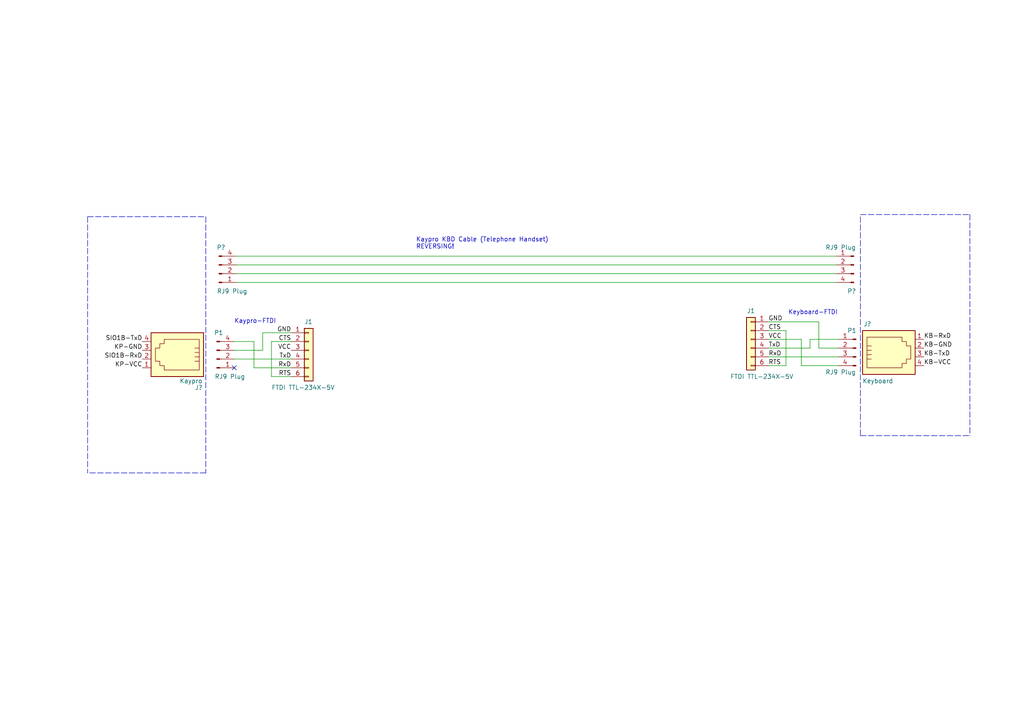
<source format=kicad_sch>
(kicad_sch (version 20211123) (generator eeschema)
  (paper "A4")
  (lib_symbols
    (symbol "Connector:Conn_01x04_Male" (pin_names (offset 1.016) hide)
      (property "Reference" "J" (at 0 5.08 0))
      (property "Value" "Conn_01x04_Male" (at 0 -7.62 0))
      (symbol "Conn_01x04_Male_1_1"
        (polyline (pts (xy 1.27 -5.08) (xy 0.8636 -5.08)) (stroke (width 0.1524)))
        (polyline (pts (xy 1.27 -2.54) (xy 0.8636 -2.54)) (stroke (width 0.1524)))
        (polyline (pts (xy 1.27 0) (xy 0.8636 0)) (stroke (width 0.1524)))
        (polyline (pts (xy 1.27 2.54) (xy 0.8636 2.54)) (stroke (width 0.1524)))
        (rectangle (start 0.8636 -4.953) (end 0 -5.207) (stroke (width 0.1524)) (fill (type outline)))
        (rectangle (start 0.8636 -2.413) (end 0 -2.667) (stroke (width 0.1524)) (fill (type outline)))
        (rectangle (start 0.8636 0.127) (end 0 -0.127) (stroke (width 0.1524)) (fill (type outline)))
        (rectangle (start 0.8636 2.667) (end 0 2.413) (stroke (width 0.1524)) (fill (type outline)))
        (pin passive line (at 5.08 2.54 180) (length 3.81) (name "Pin_1") (number "1"))
        (pin passive line (at 5.08 0 180) (length 3.81) (name "Pin_2") (number "2"))
        (pin passive line (at 5.08 -2.54 180) (length 3.81) (name "Pin_3") (number "3"))
        (pin passive line (at 5.08 -5.08 180) (length 3.81) (name "Pin_4") (number "4"))
      )
    )
    (symbol "Connector:RJ9" (pin_names (offset 1.016))
      (property "Reference" "J" (at -5.08 8.89 0))
      (property "Value" "RJ9" (at 2.54 8.89 0))
      (symbol "RJ9_0_1"
        (polyline (pts (xy -6.35 -0.635) (xy -5.08 -0.635) (xy -5.08 -0.635)))
        (polyline (pts (xy -6.35 0.635) (xy -5.08 0.635) (xy -5.08 0.635)))
        (polyline (pts (xy -6.35 1.905) (xy -5.08 1.905) (xy -5.08 1.905)))
        (polyline (pts (xy -6.35 3.175) (xy -5.08 3.175) (xy -5.08 3.175)))
        (polyline (pts (xy -6.35 -3.175) (xy -6.35 5.715) (xy -1.27 5.715) (xy 3.81 5.715) (xy 3.81 4.445) (xy 5.08 4.445) (xy 5.08 3.175) (xy 6.35 3.175) (xy 6.35 -0.635) (xy 5.08 -0.635) (xy 5.08 -1.905) (xy 3.81 -1.905) (xy 3.81 -3.175) (xy -6.35 -3.175) (xy -6.35 -3.175)))
        (rectangle (start 7.62 7.62) (end -7.62 -5.08) (stroke (width 0.254)) (fill (type background)))
      )
      (symbol "RJ9_1_1"
        (pin passive line (at 10.16 -2.54 180) (length 2.54) (name "~") (number "1"))
        (pin passive line (at 10.16 0 180) (length 2.54) (name "~") (number "2"))
        (pin passive line (at 10.16 2.54 180) (length 2.54) (name "~") (number "3"))
        (pin passive line (at 10.16 5.08 180) (length 2.54) (name "~") (number "4"))
      )
    )
    (symbol "Connector_Generic:Conn_01x06" (pin_names (offset 1.016) hide)
      (property "Reference" "J" (at 0 7.62 0))
      (property "Value" "Conn_01x06" (at 0 -10.16 0))
      (symbol "Conn_01x06_1_1"
        (rectangle (start -1.27 -7.493) (end 0 -7.747) (stroke (width 0.1524)))
        (rectangle (start -1.27 -4.953) (end 0 -5.207) (stroke (width 0.1524)))
        (rectangle (start -1.27 -2.413) (end 0 -2.667) (stroke (width 0.1524)))
        (rectangle (start -1.27 0.127) (end 0 -0.127) (stroke (width 0.1524)))
        (rectangle (start -1.27 2.667) (end 0 2.413) (stroke (width 0.1524)))
        (rectangle (start -1.27 5.207) (end 0 4.953) (stroke (width 0.1524)))
        (rectangle (start -1.27 6.35) (end 1.27 -8.89) (stroke (width 0.254)) (fill (type background)))
        (pin passive line (at -5.08 5.08 0) (length 3.81) (name "Pin_1") (number "1"))
        (pin passive line (at -5.08 2.54 0) (length 3.81) (name "Pin_2") (number "2"))
        (pin passive line (at -5.08 0 0) (length 3.81) (name "Pin_3") (number "3"))
        (pin passive line (at -5.08 -2.54 0) (length 3.81) (name "Pin_4") (number "4"))
        (pin passive line (at -5.08 -5.08 0) (length 3.81) (name "Pin_5") (number "5"))
        (pin passive line (at -5.08 -7.62 0) (length 3.81) (name "Pin_6") (number "6"))
      )
    )
  )
  (no_connect (at 67.945 106.68))
  (polyline (pts (xy 25.4 62.865) (xy 59.69 62.865)))
  (wire (pts (xy 76.2 101.6) (xy 76.2 96.52)))
  (polyline (pts (xy 249.555 62.23) (xy 281.305 62.23)))
  (wire (pts (xy 237.49 100.965) (xy 237.49 93.345)))
  (wire (pts (xy 67.945 104.14) (xy 84.455 104.14)))
  (wire (pts (xy 73.66 99.06) (xy 73.66 106.68)))
  (wire (pts (xy 73.66 106.68) (xy 84.455 106.68)))
  (wire (pts (xy 78.74 109.22) (xy 84.455 109.22)))
  (polyline (pts (xy 249.555 62.865) (xy 249.555 126.365)))
  (wire (pts (xy 243.205 106.045) (xy 232.41 106.045)))
  (wire (pts (xy 227.965 95.885) (xy 227.965 106.045)))
  (wire (pts (xy 222.885 95.885) (xy 227.965 95.885)))
  (wire (pts (xy 68.58 81.915) (xy 242.57 81.915)))
  (wire (pts (xy 222.885 103.505) (xy 243.205 103.505)))
  (wire (pts (xy 84.455 99.06) (xy 78.74 99.06)))
  (wire (pts (xy 67.945 99.06) (xy 73.66 99.06)))
  (polyline (pts (xy 249.555 126.365) (xy 281.305 126.365)))
  (wire (pts (xy 68.58 79.375) (xy 242.57 79.375)))
  (wire (pts (xy 234.95 98.425) (xy 234.95 100.965)))
  (wire (pts (xy 76.2 96.52) (xy 84.455 96.52)))
  (wire (pts (xy 243.205 100.965) (xy 237.49 100.965)))
  (wire (pts (xy 232.41 98.425) (xy 222.885 98.425)))
  (wire (pts (xy 68.58 76.835) (xy 242.57 76.835)))
  (wire (pts (xy 237.49 93.345) (xy 222.885 93.345)))
  (wire (pts (xy 234.95 100.965) (xy 222.885 100.965)))
  (wire (pts (xy 78.74 99.06) (xy 78.74 109.22)))
  (polyline (pts (xy 59.69 137.16) (xy 25.4 137.16)))
  (polyline (pts (xy 59.69 62.865) (xy 59.69 137.16)))
  (wire (pts (xy 68.58 74.295) (xy 242.57 74.295)))
  (wire (pts (xy 243.205 98.425) (xy 234.95 98.425)))
  (polyline (pts (xy 25.4 62.865) (xy 25.4 137.16)))
  (wire (pts (xy 67.945 101.6) (xy 76.2 101.6)))
  (polyline (pts (xy 281.305 62.23) (xy 281.305 126.365)))
  (wire (pts (xy 232.41 106.045) (xy 232.41 98.425)))
  (wire (pts (xy 227.965 106.045) (xy 222.885 106.045)))
  (text "Kaypro-FTDI" (at 67.945 93.98 0) (effects (font (size 1.27 1.27)) (justify left bottom)))
  (text "Kaypro KBD Cable (Telephone Handset)\nREVERSING!" (at 120.65 72.39 0) (effects (font (size 1.27 1.27)) (justify left bottom)))
  (text "Keyboard-FTDI" (at 228.6 91.44 0) (effects (font (size 1.27 1.27)) (justify left bottom)))
  (label "RTS" (at 222.885 106.045 0))
  (label "SIO1B-RxD" (at 41.275 104.14 180))
  (label "KB-TxD" (at 267.97 103.505 0))
  (label "SIO1B-TxD" (at 41.275 99.06 180))
  (label "RxD" (at 222.885 103.505 0))
  (label "RTS" (at 84.455 109.22 180))
  (label "VCC" (at 222.885 98.425 0))
  (label "GND" (at 222.885 93.345 0))
  (label "KB-GND" (at 267.97 100.965 0))
  (label "CTS" (at 222.885 95.885 0))
  (label "TxD" (at 222.885 100.965 0))
  (label "KP-VCC" (at 41.275 106.68 180))
  (label "KB-RxD" (at 267.97 98.425 0))
  (label "CTS" (at 84.455 99.06 180))
  (label "KP-GND" (at 41.275 101.6 180))
  (label "RxD" (at 84.455 106.68 180))
  (label "VCC" (at 84.455 101.6 180))
  (label "TxD" (at 84.455 104.14 180))
  (label "GND" (at 84.455 96.52 180))
  (label "KB-VCC" (at 267.97 106.045 0))
  (symbol (lib_id "Connector:RJ9") (at 51.435 104.14 0) (mirror y) (unit 1)
    (property "Reference" "J?" (at 56.515 112.395 0) (effects (justify right)))
    (property "Value" "Kaypro" (at 52.07 110.49 0) (effects (justify right)))
  )
  (symbol (lib_id "Connector:Conn_01x04_Male") (at 248.285 100.965 0) (mirror y) (unit 1)
    (property "Reference" "P1" (at 245.745 95.885 0) (effects (justify right)))
    (property "Value" "RJ9 Plug" (at 239.395 107.95 0) (effects (justify right)))
  )
  (symbol (lib_id "Connector:Conn_01x04_Male") (at 62.865 104.14 0) (mirror x) (unit 1)
    (property "Reference" "P1" (at 64.77 96.52 0) (effects (justify right)))
    (property "Value" "RJ9 Plug" (at 71.12 109.22 0) (effects (justify right)))
  )
  (symbol (lib_id "Connector:RJ9") (at 257.81 100.965 0) (mirror x) (unit 1)
    (property "Reference" "J?" (at 252.73 93.98 0) (effects (justify right)))
    (property "Value" "Keyboard" (at 259.08 110.49 0) (effects (justify right)))
  )
  (symbol (lib_id "Connector:Conn_01x04_Male") (at 247.65 76.835 0) (mirror y) (unit 1)
    (property "Reference" "P?" (at 245.745 84.455 0) (effects (justify right)))
    (property "Value" "RJ9 Plug" (at 239.395 71.755 0) (effects (justify right)))
  )
  (symbol (lib_id "Connector_Generic:Conn_01x06") (at 89.535 101.6 0) (unit 1)
    (property "Reference" "J1" (at 88.265 93.345 0) (effects (justify left)))
    (property "Value" "FTDI TTL-234X-5V" (at 78.74 112.395 0) (effects (justify left)))
  )
  (symbol (lib_id "Connector_Generic:Conn_01x06") (at 217.805 98.425 0) (mirror y) (unit 1)
    (property "Reference" "J1" (at 217.805 90.17 0))
    (property "Value" "FTDI TTL-234X-5V" (at 220.98 109.22 0))
  )
  (symbol (lib_id "Connector:Conn_01x04_Male") (at 63.5 79.375 0) (mirror x) (unit 1)
    (property "Reference" "P?" (at 65.405 71.755 0) (effects (justify right)))
    (property "Value" "RJ9 Plug" (at 71.755 84.455 0) (effects (justify right)))
  )
)
</source>
